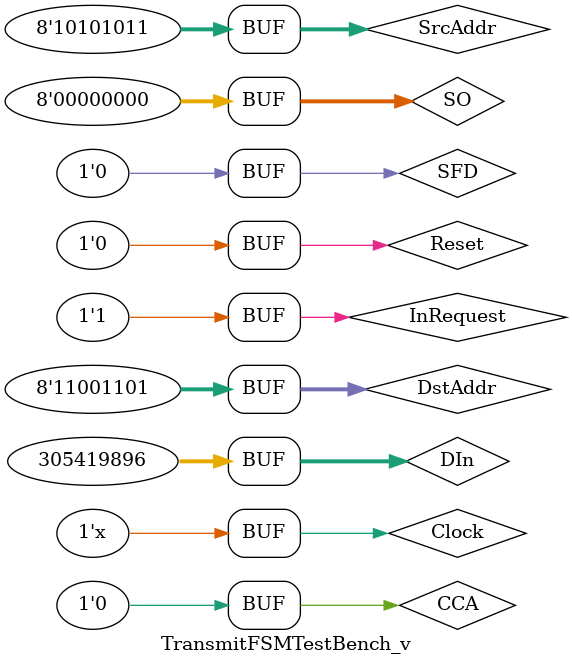
<source format=v>
`timescale		1 ns/1 ps		// Display things in ns, compute them in ps
`define HalfCycle	18.518			// Half of the clock cycle time in nanoseconds
`define Cycle		(`HalfCycle * 2)	// Didn't you learn to multiply?
`define ActiveCycles	65536			// Change this to hold the buttons down for longer!

////////////////////////////////////////////////////////////////////////////////
// Company: 
// Engineer:
//
// Create Date:   16:09:29 10/29/2006
// Design Name:   TransmitFSM
// Module Name:   U:/Checkpoint3/Checkpoint3/TransmitFSMTestBench.v
// Project Name:  Checkpoint3
// Target Device:  
// Tool versions:  
// Description: 
//
// Verilog Test Fixture created by ISE for module: TransmitFSM
//
// Dependencies:
// 
// Revision:
// Revision 0.01 - File Created
// Additional Comments:
// 
////////////////////////////////////////////////////////////////////////////////

module TransmitFSMTestBench_v;

	// Inputs
	reg Clock;
	reg Reset;
	reg [31:0] DIn;
	reg [7:0] SO;
	reg SFD;
	reg [7:0] SrcAddr;
	reg [7:0] DstAddr;
	reg InRequest;
	reg CCA;

	// Outputs
	wire [7:0] Command;
	wire TransmitDone;
	wire [4:0] CurState;
	wire InValid;

	//---------------------------------------------------------------
	//	Clock Source
	//		This section will generate a clock signal,
	//		turning it on and off according the HalfCycle
	//		time, in this case it will generate a 27MHz clock
	//		THIS COULD NEVER BE SYNTHESIZED
	//---------------------------------------------------------------
	initial Clock =		1'b1;		// We need to start at 1'b0, otherwise clock will always be 1'bx
	always #(`HalfCycle) Clock =	~Clock;	// Every half clock cycle, invert the clock
	//---------------------------------------------------------------

	// Instantiate the Unit Under Test (UUT)
	TransmitFSM uut (
		.Clock(Clock), 
		.Reset(Reset), 
		.DIn(DIn), 
		.SO(SO), 
		.SFD(SFD), 
		.SrcAddr(SrcAddr), 
		.DstAddr(DstAddr),
		.InRequest(InRequest),
		.InValid(InValid),
		.CCA(CCA),
		.Command(Command), 
		.TransmitDone(TransmitDone), 
		.CurState(CurState)
	);

	initial begin
		// Initialize Inputs
		DIn = 32'h12345678;
		Reset = 1'b1;
		SFD = 1'b0;
		SO = 8'h00;
		SrcAddr = 8'hAB;
		DstAddr = 8'hCD;
		InRequest = 1'b0;
		CCA = 1'b0;
       
		#(`Cycle*3);
		Reset = 1'b0;
		#(`Cycle*3);
		InRequest = 1'b1;
		#(`Cycle*19000);
		SFD = 1'b1;
		#(`Cycle);
		SFD = 1'b0;
		#(`Cycle);
		SFD = 1'b1;
		#(`Cycle);
		SFD = 1'b0;
		// Add stimulus here

	end
      
endmodule


</source>
